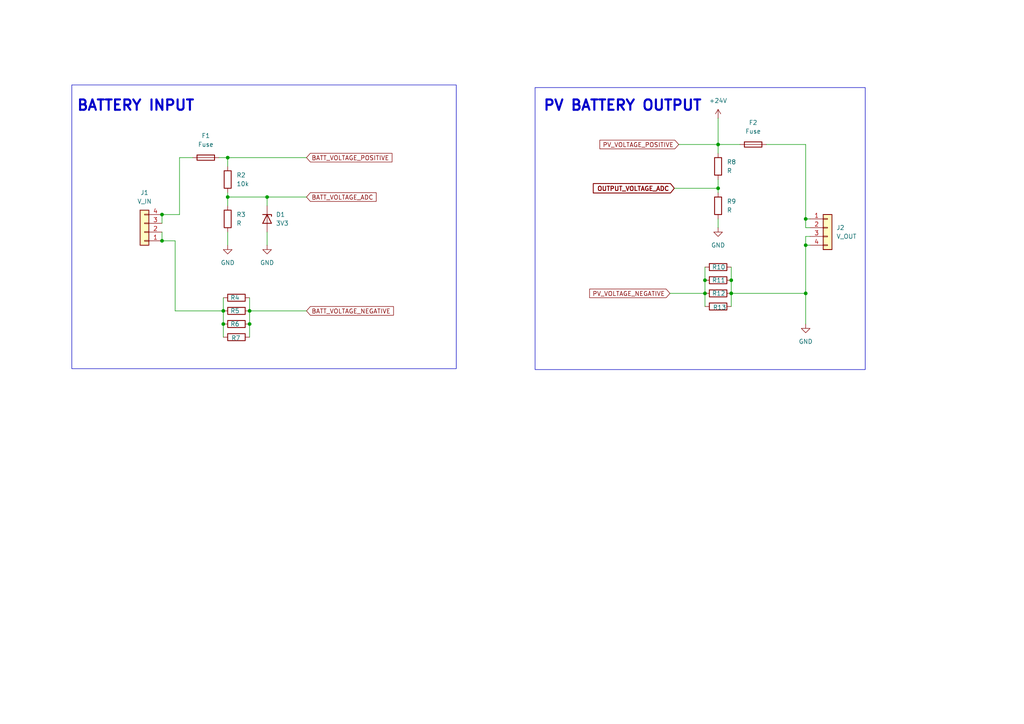
<source format=kicad_sch>
(kicad_sch (version 20231120) (generator "eeschema") (generator_version "8.0")
  (paper "A4")
  (lib_symbols
    (symbol "Connector_Generic:Conn_01x04" (pin_names (offset 1.016) hide)
      (property "Reference" "J" (at 0 5.08 0))
      (property "Value" "Conn_01x04" (at 0 -7.62 0))
      (symbol "Conn_01x04_1_1"
        (rectangle (start -1.27 -4.953) (end 0 -5.207) (stroke (width 0.1524)))
        (rectangle (start -1.27 -2.413) (end 0 -2.667) (stroke (width 0.1524)))
        (rectangle (start -1.27 0.127) (end 0 -0.127) (stroke (width 0.1524)))
        (rectangle (start -1.27 2.667) (end 0 2.413) (stroke (width 0.1524)))
        (rectangle (start -1.27 3.81) (end 1.27 -6.35) (stroke (width 0.254)) (fill (type background)))
        (pin passive line (at -5.08 2.54 0) (length 3.81) (name "Pin_1") (number "1"))
        (pin passive line (at -5.08 0 0) (length 3.81) (name "Pin_2") (number "2"))
        (pin passive line (at -5.08 -2.54 0) (length 3.81) (name "Pin_3") (number "3"))
        (pin passive line (at -5.08 -5.08 0) (length 3.81) (name "Pin_4") (number "4"))
      )
    )
    (symbol "Device:D_Zener" (pin_numbers hide) (pin_names (offset 1.016) hide)
      (property "Reference" "D" (at 0 2.54 0))
      (property "Value" "D_Zener" (at 0 -2.54 0))
      (symbol "D_Zener_0_1"
        (polyline (pts (xy 1.27 0) (xy -1.27 0)))
        (polyline (pts (xy -1.27 -1.27) (xy -1.27 1.27) (xy -0.762 1.27)) (stroke (width 0.254)))
        (polyline (pts (xy 1.27 -1.27) (xy 1.27 1.27) (xy -1.27 0) (xy 1.27 -1.27)) (stroke (width 0.254)))
      )
      (symbol "D_Zener_1_1"
        (pin passive line (at -3.81 0 0) (length 2.54) (name "K") (number "1"))
        (pin passive line (at 3.81 0 180) (length 2.54) (name "A") (number "2"))
      )
    )
    (symbol "Device:Fuse" (pin_numbers hide) (pin_names (offset 0))
      (property "Reference" "F" (at 2.032 0 90))
      (property "Value" "Fuse" (at -1.905 0 90))
      (symbol "Fuse_0_1"
        (rectangle (start -0.762 -2.54) (end 0.762 2.54) (stroke (width 0.254)))
        (polyline (pts (xy 0 2.54) (xy 0 -2.54)))
      )
      (symbol "Fuse_1_1"
        (pin passive line (at 0 3.81 270) (length 1.27) (name "~") (number "1"))
        (pin passive line (at 0 -3.81 90) (length 1.27) (name "~") (number "2"))
      )
    )
    (symbol "Device:R" (pin_numbers hide) (pin_names (offset 0))
      (property "Reference" "R" (at 2.032 0 90))
      (property "Value" "R" (at 0 0 90))
      (symbol "R_0_1"
        (rectangle (start -1.016 -2.54) (end 1.016 2.54) (stroke (width 0.254)))
      )
      (symbol "R_1_1"
        (pin passive line (at 0 3.81 270) (length 1.27) (name "~") (number "1"))
        (pin passive line (at 0 -3.81 90) (length 1.27) (name "~") (number "2"))
      )
    )
    (symbol "power:+24V" (power) (pin_numbers hide) (pin_names (offset 0) hide)
      (property "Value" "+24V" (at 0 3.556 0))
      (symbol "+24V_0_1"
        (polyline (pts (xy -0.762 1.27) (xy 0 2.54)))
        (polyline (pts (xy 0 0) (xy 0 2.54)))
        (polyline (pts (xy 0 2.54) (xy 0.762 1.27)))
      )
      (symbol "+24V_1_1"
        (pin power_in line (at 0 0 90) (length 0) (name "~") (number "1"))
      )
    )
    (symbol "power:GND" (power) (pin_numbers hide) (pin_names (offset 0) hide)
      (property "Value" "GND" (at 0 -3.81 0))
      (symbol "GND_0_1"
        (polyline (pts (xy 0 0) (xy 0 -1.27) (xy 1.27 -1.27) (xy 0 -2.54) (xy -1.27 -1.27) (xy 0 -1.27)))
      )
      (symbol "GND_1_1"
        (pin power_in line (at 0 0 270) (length 0) (name "~") (number "1"))
      )
    )
  )
  (junction (at 64.77 90.17))
  (junction (at 66.04 57.15))
  (junction (at 212.09 85.09))
  (junction (at 66.04 45.72))
  (junction (at 233.68 85.09))
  (junction (at 204.47 81.28))
  (junction (at 212.09 81.28))
  (junction (at 204.47 85.09))
  (junction (at 72.39 90.17))
  (junction (at 46.99 69.85))
  (junction (at 233.68 63.5))
  (junction (at 64.77 93.98))
  (junction (at 233.68 71.12))
  (junction (at 72.39 93.98))
  (junction (at 208.28 41.91))
  (junction (at 208.28 54.61))
  (junction (at 77.47 57.15))
  (junction (at 46.99 62.23))
  (wire (pts (xy 52.07 62.23) (xy 52.07 45.72)))
  (wire (pts (xy 64.77 93.98) (xy 64.77 97.79)))
  (wire (pts (xy 222.25 41.91) (xy 233.68 41.91)))
  (wire (pts (xy 212.09 85.09) (xy 212.09 81.28)))
  (wire (pts (xy 63.5 45.72) (xy 66.04 45.72)))
  (wire (pts (xy 212.09 88.9) (xy 212.09 85.09)))
  (wire (pts (xy 204.47 85.09) (xy 204.47 88.9)))
  (wire (pts (xy 77.47 67.31) (xy 77.47 71.12)))
  (wire (pts (xy 208.28 54.61) (xy 208.28 52.07)))
  (wire (pts (xy 234.95 66.04) (xy 233.68 66.04)))
  (wire (pts (xy 77.47 57.15) (xy 88.9 57.15)))
  (wire (pts (xy 208.28 41.91) (xy 208.28 44.45)))
  (wire (pts (xy 46.99 64.77) (xy 46.99 62.23)))
  (wire (pts (xy 72.39 90.17) (xy 88.9 90.17)))
  (wire (pts (xy 66.04 45.72) (xy 66.04 48.26)))
  (wire (pts (xy 208.28 54.61) (xy 195.58 54.61)))
  (wire (pts (xy 72.39 90.17) (xy 72.39 86.36)))
  (wire (pts (xy 46.99 67.31) (xy 46.99 69.85)))
  (wire (pts (xy 233.68 41.91) (xy 233.68 63.5)))
  (wire (pts (xy 208.28 41.91) (xy 214.63 41.91)))
  (wire (pts (xy 212.09 81.28) (xy 212.09 77.47)))
  (wire (pts (xy 233.68 68.58) (xy 234.95 68.58)))
  (wire (pts (xy 233.68 71.12) (xy 234.95 71.12)))
  (wire (pts (xy 194.31 85.09) (xy 204.47 85.09)))
  (wire (pts (xy 233.68 68.58) (xy 233.68 71.12)))
  (wire (pts (xy 233.68 93.98) (xy 233.68 85.09)))
  (wire (pts (xy 208.28 63.5) (xy 208.28 66.04)))
  (wire (pts (xy 52.07 45.72) (xy 55.88 45.72)))
  (wire (pts (xy 204.47 77.47) (xy 204.47 81.28)))
  (wire (pts (xy 66.04 57.15) (xy 66.04 59.69)))
  (wire (pts (xy 66.04 57.15) (xy 77.47 57.15)))
  (wire (pts (xy 66.04 55.88) (xy 66.04 57.15)))
  (wire (pts (xy 66.04 45.72) (xy 88.9 45.72)))
  (wire (pts (xy 46.99 62.23) (xy 52.07 62.23)))
  (wire (pts (xy 204.47 81.28) (xy 204.47 85.09)))
  (wire (pts (xy 64.77 86.36) (xy 64.77 90.17)))
  (wire (pts (xy 64.77 90.17) (xy 64.77 93.98)))
  (wire (pts (xy 233.68 63.5) (xy 234.95 63.5)))
  (wire (pts (xy 233.68 85.09) (xy 212.09 85.09)))
  (wire (pts (xy 50.8 69.85) (xy 50.8 90.17)))
  (wire (pts (xy 196.85 41.91) (xy 208.28 41.91)))
  (wire (pts (xy 72.39 90.17) (xy 72.39 93.98)))
  (wire (pts (xy 208.28 34.29) (xy 208.28 41.91)))
  (wire (pts (xy 233.68 71.12) (xy 233.68 85.09)))
  (wire (pts (xy 77.47 57.15) (xy 77.47 59.69)))
  (wire (pts (xy 72.39 97.79) (xy 72.39 93.98)))
  (wire (pts (xy 208.28 55.88) (xy 208.28 54.61)))
  (wire (pts (xy 233.68 66.04) (xy 233.68 63.5)))
  (wire (pts (xy 66.04 67.31) (xy 66.04 71.12)))
  (wire (pts (xy 46.99 69.85) (xy 50.8 69.85)))
  (wire (pts (xy 64.77 90.17) (xy 50.8 90.17)))
  (rectangle (start 20.828 24.638) (end 132.334 106.934))
  (rectangle (start 155.194 25.4) (end 250.952 107.188))
  (text "BATTERY INPUT" (at 39.37 30.734 0) (effects (font (size 3 3) (thickness 0.6) (bold yes))))
  (text "PV BATTERY OUTPUT" (at 180.594 30.734 0) (effects (font (size 3 3) (thickness 0.6) (bold yes))))
  (global_label "BATT_VOLTAGE_ADC" (shape input) (at 88.9 57.15 0) (property "Intersheetrefs" "${INTERSHEET_REFS}" (effects (hide yes))))
  (global_label "BATT_VOLTAGE_NEGATIVE" (shape input) (at 88.9 90.17 0) (property "Intersheetrefs" "${INTERSHEET_REFS}" (effects (hide yes))))
  (global_label "PV_VOLTAGE_POSITIVE" (shape input) (at 196.85 41.91 180) (property "Intersheetrefs" "${INTERSHEET_REFS}" (effects (hide yes))))
  (global_label "BATT_VOLTAGE_POSITIVE" (shape input) (at 88.9 45.72 0) (property "Intersheetrefs" "${INTERSHEET_REFS}" (effects (hide yes))))
  (global_label "PV_VOLTAGE_NEGATIVE" (shape input) (at 194.31 85.09 180) (property "Intersheetrefs" "${INTERSHEET_REFS}" (effects (hide yes))))
  (global_label "OUTPUT_VOLTAGE_ADC" (shape input) (at 195.58 54.61 180) (effects (font (bold yes))) (property "Intersheetrefs" "${INTERSHEET_REFS}" (effects (hide yes))))
  (symbol (lib_id "Device:R") (at 68.58 93.98 90) (unit 1)
    (property "Reference" "R6" (at 66.802 93.98 90) (effects (justify right)))
    (property "Value" "R" (effects (hide yes)))
    (property "Footprint" "Resistor_SMD:R_0805_2012Metric" (effects (hide yes)))
    (property "Description" "Resistor" (effects (hide yes)))
  )
  (symbol (lib_id "power:GND") (at 233.68 93.98 0) (unit 1)
    (property "Reference" "#PWR05" (effects (hide yes)))
    (property "Value" "GND" (at 233.68 99.06 0))
    (property "Description" "Power symbol creates a global label with name \"GND\" , ground" (effects (hide yes)))
  )
  (symbol (lib_id "Device:R") (at 68.58 90.17 90) (unit 1)
    (property "Reference" "R5" (at 66.802 90.17 90) (effects (justify right)))
    (property "Value" "R" (effects (hide yes)))
    (property "Footprint" "Resistor_SMD:R_0805_2012Metric" (effects (hide yes)))
    (property "Description" "Resistor" (effects (hide yes)))
  )
  (symbol (lib_id "Device:R") (at 208.28 85.09 90) (unit 1)
    (property "Reference" "R12" (at 206.502 85.09 90) (effects (justify right)))
    (property "Value" "R" (effects (hide yes)))
    (property "Footprint" "Resistor_SMD:R_0805_2012Metric" (effects (hide yes)))
    (property "Description" "Resistor" (effects (hide yes)))
  )
  (symbol (lib_id "power:GND") (at 66.04 71.12 0) (unit 1)
    (property "Reference" "#PWR01" (effects (hide yes)))
    (property "Value" "GND" (at 66.04 76.2 0))
    (property "Description" "Power symbol creates a global label with name \"GND\" , ground" (effects (hide yes)))
  )
  (symbol (lib_id "Device:Fuse") (at 218.44 41.91 90) (unit 1)
    (property "Reference" "F2" (at 218.44 35.56 90))
    (property "Value" "Fuse" (at 218.44 38.1 90))
    (property "Description" "Fuse" (effects (hide yes)))
  )
  (symbol (lib_id "power:GND") (at 77.47 71.12 0) (unit 1)
    (property "Reference" "#PWR02" (effects (hide yes)))
    (property "Value" "GND" (at 77.47 76.2 0))
    (property "Description" "Power symbol creates a global label with name \"GND\" , ground" (effects (hide yes)))
  )
  (symbol (lib_id "Connector_Generic:Conn_01x04") (at 240.03 66.04 0) (unit 1)
    (property "Reference" "J2" (at 242.57 66.0399 0) (effects (justify left)))
    (property "Value" "V_OUT" (at 242.57 68.5799 0) (effects (justify left)))
    (property "Description" "Generic connector, single row, 01x04, script generated (kicad-library-utils/schlib/autogen/connector/)" (effects (hide yes)))
  )
  (symbol (lib_id "Connector_Generic:Conn_01x04") (at 41.91 67.31 180) (unit 1)
    (property "Reference" "J1" (at 41.91 55.88 0))
    (property "Value" "V_IN" (at 41.91 58.42 0))
    (property "Description" "Generic connector, single row, 01x04, script generated (kicad-library-utils/schlib/autogen/connector/)" (effects (hide yes)))
  )
  (symbol (lib_id "Device:R") (at 68.58 97.79 90) (unit 1)
    (property "Reference" "R7" (at 67.056 98.044 90) (effects (justify right)))
    (property "Value" "100mR" (effects (hide yes)))
    (property "Footprint" "Resistor_SMD:R_0805_2012Metric" (effects (hide yes)))
    (property "Description" "Resistor" (effects (hide yes)))
  )
  (symbol (lib_id "Device:Fuse") (at 59.69 45.72 90) (unit 1)
    (property "Reference" "F1" (at 59.69 39.37 90))
    (property "Value" "Fuse" (at 59.69 41.91 90))
    (property "Description" "Fuse" (effects (hide yes)))
  )
  (symbol (lib_id "Device:R") (at 208.28 88.9 90) (unit 1)
    (property "Reference" "R13" (at 206.756 89.154 90) (effects (justify right)))
    (property "Value" "100mR" (effects (hide yes)))
    (property "Footprint" "Resistor_SMD:R_0805_2012Metric" (effects (hide yes)))
    (property "Description" "Resistor" (effects (hide yes)))
  )
  (symbol (lib_id "Device:R") (at 208.28 59.69 180) (unit 1)
    (property "Reference" "R9" (at 210.82 58.4199 0) (effects (justify right)))
    (property "Value" "R" (at 210.82 60.9599 0) (effects (justify right)))
    (property "Footprint" "Resistor_SMD:R_0805_2012Metric" (effects (hide yes)))
    (property "Description" "Resistor" (effects (hide yes)))
  )
  (symbol (lib_id "Device:R") (at 66.04 63.5 180) (unit 1)
    (property "Reference" "R3" (at 68.58 62.2299 0) (effects (justify right)))
    (property "Value" "R" (at 68.58 64.7699 0) (effects (justify right)))
    (property "Footprint" "Resistor_SMD:R_0805_2012Metric" (effects (hide yes)))
    (property "Description" "Resistor" (effects (hide yes)))
  )
  (symbol (lib_id "Device:D_Zener") (at 77.47 63.5 270) (unit 1)
    (property "Reference" "D1" (at 80.01 62.2299 90) (effects (justify left)))
    (property "Value" "3V3" (at 80.01 64.7699 90) (effects (justify left)))
    (property "Description" "Zener diode" (effects (hide yes)))
  )
  (symbol (lib_id "power:GND") (at 208.28 66.04 0) (unit 1)
    (property "Reference" "#PWR04" (effects (hide yes)))
    (property "Value" "GND" (at 208.28 71.12 0))
    (property "Description" "Power symbol creates a global label with name \"GND\" , ground" (effects (hide yes)))
  )
  (symbol (lib_id "Device:R") (at 208.28 77.47 90) (unit 1)
    (property "Reference" "R10" (at 206.502 77.47 90) (effects (justify right)))
    (property "Value" "100mR" (effects (hide yes)))
    (property "Footprint" "Resistor_SMD:R_0805_2012Metric" (effects (hide yes)))
    (property "Description" "Resistor" (effects (hide yes)))
  )
  (symbol (lib_id "power:+24V") (at 208.28 34.29 0) (unit 1)
    (property "Reference" "#PWR03" (effects (hide yes)))
    (property "Value" "+24V" (at 208.28 29.21 0))
    (property "Description" "Power symbol creates a global label with name \"+24V\"" (effects (hide yes)))
  )
  (symbol (lib_id "Device:R") (at 66.04 52.07 180) (unit 1)
    (property "Reference" "R2" (at 68.58 50.7999 0) (effects (justify right)))
    (property "Value" "10k" (at 68.58 53.3399 0) (effects (justify right)))
    (property "Footprint" "Resistor_SMD:R_0805_2012Metric" (effects (hide yes)))
    (property "Description" "Resistor" (effects (hide yes)))
  )
  (symbol (lib_id "Device:R") (at 68.58 86.36 90) (unit 1)
    (property "Reference" "R4" (at 66.802 86.36 90) (effects (justify right)))
    (property "Value" "100mR" (effects (hide yes)))
    (property "Footprint" "Resistor_SMD:R_0805_2012Metric" (effects (hide yes)))
    (property "Description" "Resistor" (effects (hide yes)))
  )
  (symbol (lib_id "Device:R") (at 208.28 48.26 180) (unit 1)
    (property "Reference" "R8" (at 210.82 46.9899 0) (effects (justify right)))
    (property "Value" "R" (at 210.82 49.5299 0) (effects (justify right)))
    (property "Footprint" "Resistor_SMD:R_0805_2012Metric" (effects (hide yes)))
    (property "Description" "Resistor" (effects (hide yes)))
  )
  (symbol (lib_id "Device:R") (at 208.28 81.28 90) (unit 1)
    (property "Reference" "R11" (at 206.502 81.28 90) (effects (justify right)))
    (property "Value" "R" (effects (hide yes)))
    (property "Footprint" "Resistor_SMD:R_0805_2012Metric" (effects (hide yes)))
    (property "Description" "Resistor" (effects (hide yes)))
  )
)
</source>
